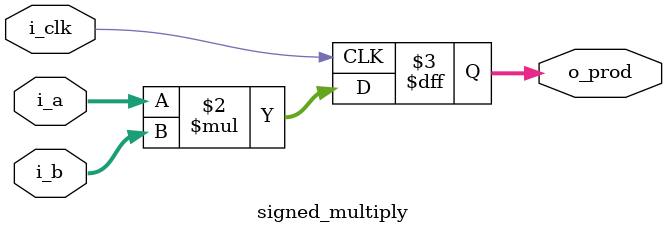
<source format=v>
/*
******************************************************************************
* @file    : signed_multiply.v
* @project : DSP Building Blocks
* @brief   : A simple multiplier for signed integers
* @creator : S. R. Zinka (srinivas . zinka [at] gmail . com)
* @notes   : just ensure 
             -2^(AWIDTH-1) <= i_a <= 2^(AWIDTH-1) -1, and
             -2^(BWIDTH-1) <= i_b <= 2^(BWIDTH-1) -1.
             Bit growth is taken care.
******************************************************************************
* This code is licensed under the MIT License.
******************************************************************************
*/

`timescale 1ns/1ns
`default_nettype none

module signed_multiply #(
           parameter AWIDTH=8,
           parameter BWIDTH=8
       )
       (
           input  wire  i_clk,
           input  wire  signed  [AWIDTH-1:0] i_a,
           input  wire  signed  [BWIDTH-1:0] i_b,
           output reg   signed  [OUTWID-1:0] o_prod
       );

/*
***************************************************************************
* main code
***************************************************************************
*/       

// deciding output width
localparam	OUTWID = (AWIDTH + BWIDTH);

always @(posedge i_clk) begin
    o_prod <= i_a * i_b;
end

/*
***************************************************************************
* Requirements
***************************************************************************
*/

// 0) cover 10*-5 = -50
// 1) if a<0 && b>=0, prod<0 if b!=0
// 2) if a>=0 && b<0, prod<0 if a!=0
// 3) if a>=0 && b>=0, prod>0 if a!=0 and b!=0
// 4) if a<0 && b<0, prod>0

/*
***************************************************************************
* formal verification code 
* (only formal verification here ... other tests in COCOTB module)
***************************************************************************
*/

`ifdef  FORMAL

reg f_past_valid = 1'b0;
reg f_prod_valid = 1'b0;
always @(posedge i_clk)
begin
    f_past_valid <= 1'b1;
    if(f_past_valid == 1'b1) f_prod_valid <= 1'b1;
end

// selecting from a set of tests
localparam [2:0] FORMAL_TEST = 3'd0;

generate

    // TEST-0: cover 10*-5 = -50
    if (FORMAL_TEST == 3'd0)
    begin
        always @(posedge i_clk)
        begin
            assume((i_a == 10) && (i_b == -4'd5));
            cover(o_prod == -7'd50);            
        end
    end

    // TEST-1: if a<0 && b>=0, prod<0 if b!=0
    else if (FORMAL_TEST == 3'd1)
    begin
        always @(posedge i_clk)
        begin
            assume((i_a[AWIDTH-1]==1)&&(i_b[BWIDTH-1]==0)); // a<0 and b>=0
            if(f_prod_valid && ($past(i_b)!=0)) assert(o_prod[OUTWID-1]==1'b1); // assert only after a valid product is available
        end
    end

    // TEST-2: if b<0 && a>=0, prod<0 if a!=0
    else if (FORMAL_TEST == 3'd2)
    begin
        always @(posedge i_clk)
        begin
            assume((i_a[AWIDTH-1]==0)&&(i_b[BWIDTH-1]==1)); // a>=0 and b<0
            if(f_prod_valid && ($past(i_a)!=0)) assert(o_prod[OUTWID-1]==1'b1); // assert only after a valid product is available
        end
    end

    // TEST-3: if a>=0 && b>=0, prod>0 if a!=0 and b!=0
    else if (FORMAL_TEST == 3'd3)
    begin
        always @(posedge i_clk)
        begin
            assume((i_a[AWIDTH-1]==0)&&(i_b[BWIDTH-1]==0)); // a>=0 && b>=0
            if(f_prod_valid) assert(o_prod[OUTWID-1]==1'b0); // don't need to check past a and b values
        end
    end

    // TEST-4: if a<0 && b<0, prod>0
    else if (FORMAL_TEST == 3'd4)
    begin
        always @(posedge i_clk)
        begin
            assume((i_a[AWIDTH-1]==1)&&(i_b[BWIDTH-1]==1)); // a<0 && b<0
            if(f_prod_valid) assert(o_prod[OUTWID-1]==1'b0); // don't need to check past a and b values
        end
    end    

endgenerate

`endif  // FORMAL  

endmodule
</source>
